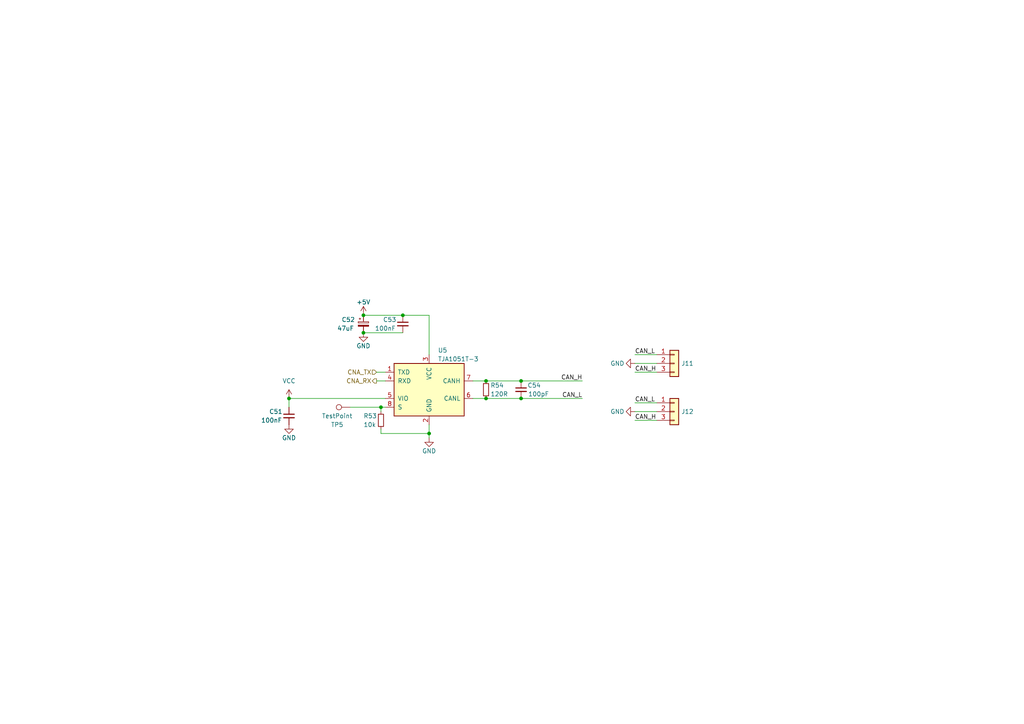
<source format=kicad_sch>
(kicad_sch (version 20211123) (generator eeschema)
  (paper "A4")
  (lib_symbols
    (symbol "Connector:TestPoint" (pin_numbers hide) (pin_names (offset 0.762) hide)
      (property "Reference" "TP" (at 0 6.858 0))
      (property "Value" "TestPoint" (at 0 5.08 0))
      (symbol "TestPoint_0_1"
        (circle (center 0 3.302) (radius 0.762))
      )
      (symbol "TestPoint_1_1"
        (pin passive line (at 0 0 90) (length 2.54) (name "1") (number "1"))
      )
    )
    (symbol "Connector_Generic:Conn_01x03" (pin_names (offset 1.016) hide)
      (property "Reference" "J" (at 0 5.08 0))
      (property "Value" "Conn_01x03" (at 0 -5.08 0))
      (symbol "Conn_01x03_1_1"
        (rectangle (start -1.27 -2.413) (end 0 -2.667) (stroke (width 0.1524)))
        (rectangle (start -1.27 0.127) (end 0 -0.127) (stroke (width 0.1524)))
        (rectangle (start -1.27 2.667) (end 0 2.413) (stroke (width 0.1524)))
        (rectangle (start -1.27 3.81) (end 1.27 -3.81) (stroke (width 0.254)) (fill (type background)))
        (pin passive line (at -5.08 2.54 0) (length 3.81) (name "Pin_1") (number "1"))
        (pin passive line (at -5.08 0 0) (length 3.81) (name "Pin_2") (number "2"))
        (pin passive line (at -5.08 -2.54 0) (length 3.81) (name "Pin_3") (number "3"))
      )
    )
    (symbol "Device:C_Polarized_Small" (pin_numbers hide) (pin_names (offset 0.254) hide)
      (property "Reference" "C" (at 0.254 1.778 0))
      (property "Value" "C_Polarized_Small" (at 0.254 -2.032 0))
      (symbol "C_Polarized_Small_0_1"
        (rectangle (start -1.524 -0.3048) (end 1.524 -0.6858) (fill (type outline)))
        (rectangle (start -1.524 0.6858) (end 1.524 0.3048))
        (polyline (pts (xy -1.27 1.524) (xy -0.762 1.524)))
        (polyline (pts (xy -1.016 1.27) (xy -1.016 1.778)))
      )
      (symbol "C_Polarized_Small_1_1"
        (pin passive line (at 0 2.54 270) (length 1.8542) (name "~") (number "1"))
        (pin passive line (at 0 -2.54 90) (length 1.8542) (name "~") (number "2"))
      )
    )
    (symbol "Device:C_Small" (pin_numbers hide) (pin_names (offset 0.254) hide)
      (property "Reference" "C" (at 0.254 1.778 0))
      (property "Value" "C_Small" (at 0.254 -2.032 0))
      (symbol "C_Small_0_1"
        (polyline (pts (xy -1.524 -0.508) (xy 1.524 -0.508)) (stroke (width 0.3302)))
        (polyline (pts (xy -1.524 0.508) (xy 1.524 0.508)) (stroke (width 0.3048)))
      )
      (symbol "C_Small_1_1"
        (pin passive line (at 0 2.54 270) (length 2.032) (name "~") (number "1"))
        (pin passive line (at 0 -2.54 90) (length 2.032) (name "~") (number "2"))
      )
    )
    (symbol "Device:R_Small" (pin_numbers hide) (pin_names (offset 0.254) hide)
      (property "Reference" "R" (at 0.762 0.508 0))
      (property "Value" "R_Small" (at 0.762 -1.016 0))
      (symbol "R_Small_0_1"
        (rectangle (start -0.762 1.778) (end 0.762 -1.778) (stroke (width 0.2032)))
      )
      (symbol "R_Small_1_1"
        (pin passive line (at 0 2.54 270) (length 0.762) (name "~") (number "1"))
        (pin passive line (at 0 -2.54 90) (length 0.762) (name "~") (number "2"))
      )
    )
    (symbol "Interface_CAN_LIN:TJA1051T-3" (pin_names (offset 1.016))
      (property "Reference" "U" (at -10.16 8.89 0))
      (property "Value" "TJA1051T-3" (at 1.27 8.89 0))
      (symbol "TJA1051T-3_0_1"
        (rectangle (start -10.16 7.62) (end 10.16 -7.62) (stroke (width 0.254)) (fill (type background)))
      )
      (symbol "TJA1051T-3_1_1"
        (pin input line (at -12.7 5.08 0) (length 2.54) (name "TXD") (number "1"))
        (pin power_in line (at 0 -10.16 90) (length 2.54) (name "GND") (number "2"))
        (pin power_in line (at 0 10.16 270) (length 2.54) (name "VCC") (number "3"))
        (pin output line (at -12.7 2.54 0) (length 2.54) (name "RXD") (number "4"))
        (pin power_in line (at -12.7 -2.54 0) (length 2.54) (name "VIO") (number "5"))
        (pin bidirectional line (at 12.7 -2.54 180) (length 2.54) (name "CANL") (number "6"))
        (pin bidirectional line (at 12.7 2.54 180) (length 2.54) (name "CANH") (number "7"))
        (pin input line (at -12.7 -5.08 0) (length 2.54) (name "S") (number "8"))
      )
    )
    (symbol "power:+5V" (power) (pin_names (offset 0))
      (property "Value" "+5V" (at 0 3.556 0))
      (symbol "+5V_0_1"
        (polyline (pts (xy -0.762 1.27) (xy 0 2.54)))
        (polyline (pts (xy 0 0) (xy 0 2.54)))
        (polyline (pts (xy 0 2.54) (xy 0.762 1.27)))
      )
      (symbol "+5V_1_1"
        (pin power_in line (at 0 0 90) (length 0) hide (name "+5V") (number "1"))
      )
    )
    (symbol "power:GND" (power) (pin_names (offset 0))
      (property "Value" "GND" (at 0 -3.81 0))
      (symbol "GND_0_1"
        (polyline (pts (xy 0 0) (xy 0 -1.27) (xy 1.27 -1.27) (xy 0 -2.54) (xy -1.27 -1.27) (xy 0 -1.27)))
      )
      (symbol "GND_1_1"
        (pin power_in line (at 0 0 270) (length 0) hide (name "GND") (number "1"))
      )
    )
    (symbol "power:VCC" (power) (pin_names (offset 0))
      (property "Value" "VCC" (at 0 3.81 0))
      (symbol "VCC_0_1"
        (polyline (pts (xy -0.762 1.27) (xy 0 2.54)))
        (polyline (pts (xy 0 0) (xy 0 2.54)))
        (polyline (pts (xy 0 2.54) (xy 0.762 1.27)))
      )
      (symbol "VCC_1_1"
        (pin power_in line (at 0 0 90) (length 0) hide (name "VCC") (number "1"))
      )
    )
  )
  (junction (at 140.97 115.57))
  (junction (at 105.41 91.44))
  (junction (at 83.82 115.57))
  (junction (at 105.41 96.52))
  (junction (at 151.13 110.49))
  (junction (at 116.84 91.44))
  (junction (at 151.13 115.57))
  (junction (at 140.97 110.49))
  (junction (at 124.46 125.73))
  (junction (at 110.49 118.11))
  (wire (pts (xy 124.46 91.44) (xy 124.46 102.87)))
  (wire (pts (xy 137.16 115.57) (xy 140.97 115.57)))
  (wire (pts (xy 110.49 119.38) (xy 110.49 118.11)))
  (wire (pts (xy 140.97 110.49) (xy 151.13 110.49)))
  (wire (pts (xy 124.46 125.73) (xy 110.49 125.73)))
  (wire (pts (xy 110.49 125.73) (xy 110.49 124.46)))
  (wire (pts (xy 109.22 107.95) (xy 111.76 107.95)))
  (wire (pts (xy 151.13 110.49) (xy 168.91 110.49)))
  (wire (pts (xy 184.15 119.38) (xy 190.5 119.38)))
  (wire (pts (xy 184.15 102.87) (xy 190.5 102.87)))
  (wire (pts (xy 105.41 96.52) (xy 116.84 96.52)))
  (wire (pts (xy 151.13 115.57) (xy 168.91 115.57)))
  (wire (pts (xy 184.15 105.41) (xy 190.5 105.41)))
  (wire (pts (xy 116.84 91.44) (xy 124.46 91.44)))
  (wire (pts (xy 83.82 115.57) (xy 111.76 115.57)))
  (wire (pts (xy 184.15 116.84) (xy 190.5 116.84)))
  (wire (pts (xy 124.46 127) (xy 124.46 125.73)))
  (wire (pts (xy 105.41 91.44) (xy 116.84 91.44)))
  (wire (pts (xy 140.97 115.57) (xy 151.13 115.57)))
  (wire (pts (xy 184.15 107.95) (xy 190.5 107.95)))
  (wire (pts (xy 137.16 110.49) (xy 140.97 110.49)))
  (wire (pts (xy 109.22 110.49) (xy 111.76 110.49)))
  (wire (pts (xy 184.15 121.92) (xy 190.5 121.92)))
  (wire (pts (xy 83.82 118.11) (xy 83.82 115.57)))
  (wire (pts (xy 101.6 118.11) (xy 110.49 118.11)))
  (wire (pts (xy 124.46 123.19) (xy 124.46 125.73)))
  (wire (pts (xy 110.49 118.11) (xy 111.76 118.11)))
  (label "CAN_H" (at 184.15 121.92 0))
  (label "CAN_H" (at 168.91 110.49 180))
  (label "CAN_L" (at 184.15 102.87 0))
  (label "CAN_L" (at 168.91 115.57 180))
  (label "CAN_H" (at 184.15 107.95 0))
  (label "CAN_L" (at 184.15 116.84 0))
  (hierarchical_label "CNA_RX" (shape output) (at 109.22 110.49 180))
  (hierarchical_label "CNA_TX" (shape input) (at 109.22 107.95 180))
  (symbol (lib_id "Device:R_Small") (at 140.97 113.03 0) (unit 1)
    (property "Reference" "R54" (at 142.24 111.76 0) (effects (justify left)))
    (property "Value" "120R" (at 142.24 114.3 0) (effects (justify left)))
    (property "Footprint" "Resistor_SMD:R_0402_1005Metric" (effects hide))
    (property "JLCPCB Part #" "C25079" (effects hide))
    (property "MFR.Part #" "0402WGF1200TCE" (effects hide))
  )
  (symbol (lib_id "power:GND") (at 124.46 127 0) (unit 1)
    (property "Reference" "#PWR0101" (effects hide))
    (property "Value" "GND" (at 124.46 130.81 0))
  )
  (symbol (lib_id "Interface_CAN_LIN:TJA1051T-3") (at 124.46 113.03 0) (unit 1)
    (property "Reference" "U5" (at 127 101.6 0) (effects (justify left)))
    (property "Value" "TJA1051T-3" (at 127 104.14 0) (effects (justify left)))
    (property "Footprint" "Package_SO:SOIC-8_3.9x4.9mm_P1.27mm" (effects hide))
    (property "Datasheet" "http://www.nxp.com/documents/data_sheet/TJA1051.pdf" (effects hide))
    (property "JLCPCB Part #" "C38695" (effects hide))
    (property "MFR.Part #" "TJA1051T/3/1J" (effects hide))
  )
  (symbol (lib_id "power:GND") (at 184.15 119.38 270) (unit 1)
    (property "Reference" "#PWR0103" (effects hide))
    (property "Value" "GND" (at 179.07 119.38 90))
  )
  (symbol (lib_id "Connector:TestPoint") (at 101.6 118.11 90) (unit 1) (in_bom no)
    (property "Reference" "TP5" (at 97.79 123.19 90))
    (property "Value" "TestPoint" (at 97.79 120.65 90))
    (property "Footprint" "TestPoint:TestPoint_Pad_D2.0mm" (effects hide))
  )
  (symbol (lib_id "power:GND") (at 83.82 123.19 0) (unit 1)
    (property "Reference" "#PWR098" (effects hide))
    (property "Value" "GND" (at 83.82 127 0))
  )
  (symbol (lib_id "Device:C_Small") (at 151.13 113.03 0) (unit 1)
    (property "Reference" "C54" (at 154.94 111.76 0))
    (property "Value" "100pF" (at 156.21 114.3 0))
    (property "Footprint" "Capacitor_SMD:C_0402_1005Metric" (effects hide))
  )
  (symbol (lib_id "Device:C_Small") (at 116.84 93.98 0) (unit 1)
    (property "Reference" "C53" (at 113.03 92.71 0))
    (property "Value" "100nF" (at 111.76 95.25 0))
    (property "Footprint" "Capacitor_SMD:C_0402_1005Metric" (effects hide))
    (property "JLCPCB Part #" "C1525" (effects hide))
    (property "MFR.Part #" "CL05B104KO5NNNC" (effects hide))
  )
  (symbol (lib_id "power:VCC") (at 83.82 115.57 0) (unit 1)
    (property "Reference" "#PWR097" (effects hide))
    (property "Value" "VCC" (at 83.82 110.49 0))
  )
  (symbol (lib_id "power:GND") (at 184.15 105.41 270) (unit 1)
    (property "Reference" "#PWR0102" (effects hide))
    (property "Value" "GND" (at 179.07 105.41 90))
  )
  (symbol (lib_id "power:+5V") (at 105.41 91.44 0) (unit 1)
    (property "Reference" "#PWR099" (effects hide))
    (property "Value" "+5V" (at 105.41 87.63 0))
  )
  (symbol (lib_id "power:GND") (at 105.41 96.52 0) (unit 1)
    (property "Reference" "#PWR0100" (effects hide))
    (property "Value" "GND" (at 105.41 100.33 0))
  )
  (symbol (lib_id "Device:C_Polarized_Small") (at 105.41 93.98 0) (unit 1)
    (property "Reference" "C52" (at 99.06 92.71 0) (effects (justify left)))
    (property "Value" "47uF" (at 97.79 95.25 0) (effects (justify left)))
    (property "Footprint" "Capacitor_SMD:C_0402_1005Metric" (effects hide))
  )
  (symbol (lib_id "Device:R_Small") (at 110.49 121.92 0) (unit 1)
    (property "Reference" "R53" (at 105.41 120.65 0) (effects (justify left)))
    (property "Value" "10k" (at 105.41 123.19 0) (effects (justify left)))
    (property "Footprint" "Resistor_SMD:R_0402_1005Metric" (effects hide))
    (property "JLCPCB Part #" "C25744" (effects hide))
    (property "MFR.Part #" "0402WGF1002TCE" (effects hide))
  )
  (symbol (lib_id "Connector_Generic:Conn_01x03") (at 195.58 105.41 0) (unit 1)
    (property "Reference" "J11" (at 199.39 105.41 0))
    (property "Value" "Conn_02x02_Top_Bottom" (effects hide))
    (property "Footprint" "Connector_JST:JST_GH_SM03B-GHS-TB_1x03-1MP_P1.25mm_Horizontal" (effects hide))
  )
  (symbol (lib_id "Connector_Generic:Conn_01x03") (at 195.58 119.38 0) (unit 1)
    (property "Reference" "J12" (at 199.39 119.38 0))
    (property "Value" "Conn_02x02_Top_Bottom" (effects hide))
    (property "Footprint" "Connector_JST:JST_GH_SM03B-GHS-TB_1x03-1MP_P1.25mm_Horizontal" (effects hide))
  )
  (symbol (lib_id "Device:C_Small") (at 83.82 120.65 0) (unit 1)
    (property "Reference" "C51" (at 80.01 119.38 0))
    (property "Value" "100nF" (at 78.74 121.92 0))
    (property "Footprint" "Capacitor_SMD:C_0402_1005Metric" (effects hide))
    (property "JLCPCB Part #" "C1525" (effects hide))
    (property "MFR.Part #" "CL05B104KO5NNNC" (effects hide))
  )
)
</source>
